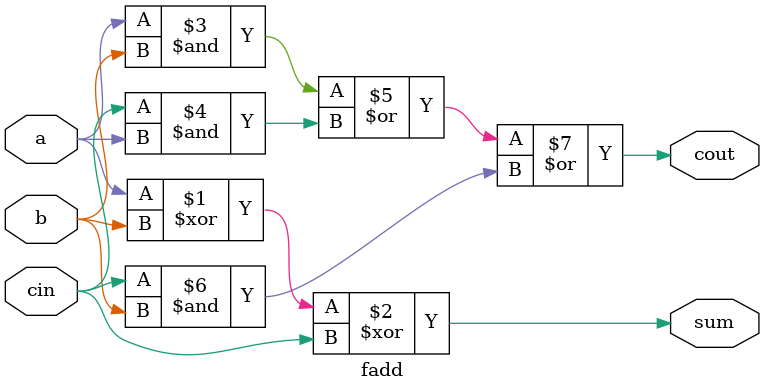
<source format=v>
module fadd (input a, b, cin, output sum, cout);
   
	  assign sum = a ^ b ^ cin;
	  assign cout = (a & b) | (cin & a) | (cin & b);
	  
endmodule
</source>
